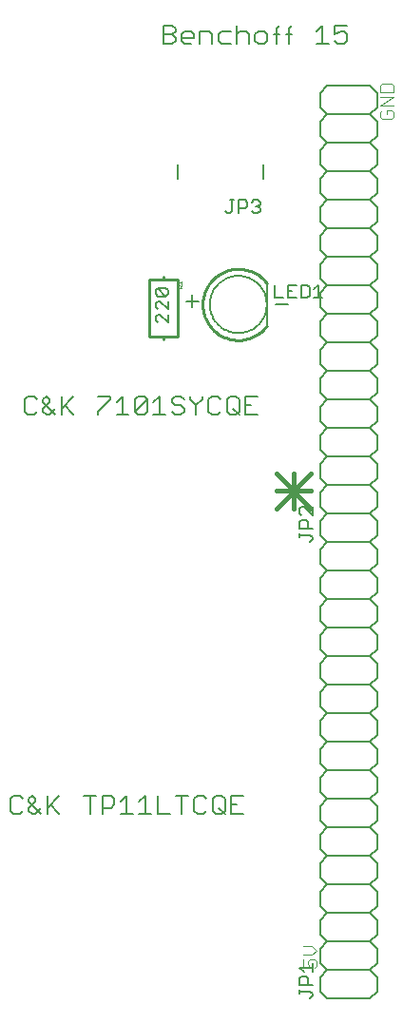
<source format=gto>
G75*
%MOIN*%
%OFA0B0*%
%FSLAX24Y24*%
%IPPOS*%
%LPD*%
%AMOC8*
5,1,8,0,0,1.08239X$1,22.5*
%
%ADD10C,0.0040*%
%ADD11C,0.0160*%
%ADD12C,0.0060*%
%ADD13C,0.0050*%
%ADD14C,0.0080*%
%ADD15C,0.0100*%
%ADD16C,0.0010*%
D10*
X010595Y004010D02*
X010825Y004010D01*
X010748Y004163D01*
X010748Y004240D01*
X010825Y004317D01*
X010978Y004317D01*
X011055Y004240D01*
X011055Y004086D01*
X010978Y004010D01*
X010902Y004470D02*
X011055Y004623D01*
X010902Y004777D01*
X010595Y004777D01*
X010595Y004470D02*
X010902Y004470D01*
X010595Y004317D02*
X010595Y004010D01*
X013372Y033779D02*
X013678Y033779D01*
X013755Y033856D01*
X013755Y034010D01*
X013678Y034086D01*
X013525Y034086D01*
X013525Y033933D01*
X013372Y034086D02*
X013295Y034010D01*
X013295Y033856D01*
X013372Y033779D01*
X013295Y034240D02*
X013755Y034547D01*
X013295Y034547D01*
X013295Y034700D02*
X013295Y034930D01*
X013372Y035007D01*
X013678Y035007D01*
X013755Y034930D01*
X013755Y034700D01*
X013295Y034700D01*
X013295Y034240D02*
X013755Y034240D01*
D11*
X010872Y021345D02*
X009644Y020117D01*
X009644Y020731D02*
X010872Y020731D01*
X010872Y020117D02*
X009644Y021345D01*
X010258Y021345D02*
X010258Y020117D01*
D12*
X000326Y009517D02*
X000432Y009410D01*
X000646Y009410D01*
X000753Y009517D01*
X000970Y009517D02*
X000970Y009624D01*
X001184Y009837D01*
X001184Y009944D01*
X001077Y010051D01*
X000970Y009944D01*
X000970Y009837D01*
X001397Y009410D01*
X001184Y009410D02*
X001397Y009624D01*
X001184Y009410D02*
X001077Y009410D01*
X000970Y009517D01*
X000753Y009944D02*
X000646Y010051D01*
X000432Y010051D01*
X000326Y009944D01*
X000326Y009517D01*
X001615Y009624D02*
X002042Y010051D01*
X001721Y009730D02*
X002042Y009410D01*
X001615Y009410D02*
X001615Y010051D01*
X002904Y010051D02*
X003331Y010051D01*
X003117Y010051D02*
X003117Y009410D01*
X003548Y009410D02*
X003548Y010051D01*
X003869Y010051D01*
X003975Y009944D01*
X003975Y009730D01*
X003869Y009624D01*
X003548Y009624D01*
X004193Y009837D02*
X004406Y010051D01*
X004406Y009410D01*
X004193Y009410D02*
X004620Y009410D01*
X004837Y009410D02*
X005264Y009410D01*
X005482Y009410D02*
X005482Y010051D01*
X005482Y009410D02*
X005909Y009410D01*
X006127Y010051D02*
X006554Y010051D01*
X006771Y009944D02*
X006771Y009517D01*
X006878Y009410D01*
X007091Y009410D01*
X007198Y009517D01*
X007198Y009944D02*
X007091Y010051D01*
X006878Y010051D01*
X006771Y009944D01*
X006340Y010051D02*
X006340Y009410D01*
X007416Y009517D02*
X007522Y009410D01*
X007736Y009410D01*
X007843Y009517D01*
X007843Y009944D01*
X007736Y010051D01*
X007522Y010051D01*
X007416Y009944D01*
X007416Y009517D01*
X007629Y009624D02*
X007843Y009410D01*
X008060Y009410D02*
X008487Y009410D01*
X008487Y010051D02*
X008060Y010051D01*
X008060Y009410D01*
X008060Y009730D02*
X008274Y009730D01*
X011185Y009680D02*
X011185Y009180D01*
X011435Y008930D01*
X012935Y008930D01*
X013185Y009180D01*
X013185Y009680D01*
X012935Y009930D01*
X011435Y009930D01*
X011185Y010180D01*
X011185Y010680D01*
X011435Y010930D01*
X012935Y010930D01*
X013185Y010680D01*
X013185Y010180D01*
X012935Y009930D01*
X012935Y008930D02*
X013185Y008680D01*
X013185Y008180D01*
X012935Y007930D01*
X011435Y007930D01*
X011185Y008180D01*
X011185Y008680D01*
X011435Y008930D01*
X011185Y009680D02*
X011435Y009930D01*
X011435Y010930D02*
X011185Y011180D01*
X011185Y011680D01*
X011435Y011930D01*
X012935Y011930D01*
X013185Y011680D01*
X013185Y011180D01*
X012935Y010930D01*
X012935Y011930D02*
X013185Y012180D01*
X013185Y012680D01*
X012935Y012930D01*
X011435Y012930D01*
X011185Y013180D01*
X011185Y013680D01*
X011435Y013930D01*
X012935Y013930D01*
X013185Y013680D01*
X013185Y013180D01*
X012935Y012930D01*
X012935Y013930D02*
X013185Y014180D01*
X013185Y014680D01*
X012935Y014930D01*
X011435Y014930D01*
X011185Y015180D01*
X011185Y015680D01*
X011435Y015930D01*
X012935Y015930D01*
X013185Y015680D01*
X013185Y015180D01*
X012935Y014930D01*
X012935Y015930D02*
X013185Y016180D01*
X013185Y016680D01*
X012935Y016930D01*
X011435Y016930D01*
X011185Y017180D01*
X011185Y017680D01*
X011435Y017930D01*
X012935Y017930D01*
X013185Y017680D01*
X013185Y017180D01*
X012935Y016930D01*
X012935Y017930D02*
X013185Y018180D01*
X013185Y018680D01*
X012935Y018930D01*
X011435Y018930D01*
X011185Y019180D01*
X011185Y019680D01*
X011435Y019930D01*
X012935Y019930D01*
X013185Y020180D01*
X013185Y020680D01*
X012935Y020930D01*
X011435Y020930D01*
X011185Y021180D01*
X011185Y021680D01*
X011435Y021930D01*
X012935Y021930D01*
X013185Y022180D01*
X013185Y022680D01*
X012935Y022930D01*
X011435Y022930D01*
X011185Y023180D01*
X011185Y023680D01*
X011435Y023930D01*
X012935Y023930D01*
X013185Y024180D01*
X013185Y024680D01*
X012935Y024930D01*
X011435Y024930D01*
X011185Y025180D01*
X011185Y025680D01*
X011435Y025930D01*
X012935Y025930D01*
X013185Y025680D01*
X013185Y025180D01*
X012935Y024930D01*
X012935Y025930D02*
X013185Y026180D01*
X013185Y026680D01*
X012935Y026930D01*
X011435Y026930D01*
X011185Y027180D01*
X011185Y027680D01*
X011435Y027930D01*
X012935Y027930D01*
X013185Y027680D01*
X013185Y027180D01*
X012935Y026930D01*
X012935Y027930D02*
X013185Y028180D01*
X013185Y028680D01*
X012935Y028930D01*
X011435Y028930D01*
X011185Y029180D01*
X011185Y029680D01*
X011435Y029930D01*
X012935Y029930D01*
X013185Y029680D01*
X013185Y029180D01*
X012935Y028930D01*
X012935Y029930D02*
X013185Y030180D01*
X013185Y030680D01*
X012935Y030930D01*
X011435Y030930D01*
X011185Y031180D01*
X011185Y031680D01*
X011435Y031930D01*
X012935Y031930D01*
X013185Y031680D01*
X013185Y031180D01*
X012935Y030930D01*
X012935Y031930D02*
X013185Y032180D01*
X013185Y032680D01*
X012935Y032930D01*
X011435Y032930D01*
X011185Y033180D01*
X011185Y033680D01*
X011435Y033930D01*
X012935Y033930D01*
X013185Y033680D01*
X013185Y033180D01*
X012935Y032930D01*
X012935Y033930D02*
X013185Y034180D01*
X013185Y034680D01*
X012935Y034930D01*
X011435Y034930D01*
X011185Y034680D01*
X011185Y034180D01*
X011435Y033930D01*
X011435Y032930D02*
X011185Y032680D01*
X011185Y032180D01*
X011435Y031930D01*
X011435Y030930D02*
X011185Y030680D01*
X011185Y030180D01*
X011435Y029930D01*
X011435Y028930D02*
X011185Y028680D01*
X011185Y028180D01*
X011435Y027930D01*
X011435Y026930D02*
X011185Y026680D01*
X011185Y026180D01*
X011435Y025930D01*
X011435Y024930D02*
X011185Y024680D01*
X011185Y024180D01*
X011435Y023930D01*
X011435Y022930D02*
X011185Y022680D01*
X011185Y022180D01*
X011435Y021930D01*
X011435Y020930D02*
X011185Y020680D01*
X011185Y020180D01*
X011435Y019930D01*
X011435Y018930D02*
X012935Y018930D01*
X013185Y019180D01*
X013185Y019680D01*
X012935Y019930D01*
X012935Y020930D02*
X013185Y021180D01*
X013185Y021680D01*
X012935Y021930D01*
X012935Y022930D02*
X013185Y023180D01*
X013185Y023680D01*
X012935Y023930D01*
X011435Y018930D02*
X011185Y018680D01*
X011185Y018180D01*
X011435Y017930D01*
X011435Y016930D02*
X011185Y016680D01*
X011185Y016180D01*
X011435Y015930D01*
X011435Y014930D02*
X011185Y014680D01*
X011185Y014180D01*
X011435Y013930D01*
X011435Y012930D02*
X011185Y012680D01*
X011185Y012180D01*
X011435Y011930D01*
X011435Y007930D02*
X011185Y007680D01*
X011185Y007180D01*
X011435Y006930D01*
X012935Y006930D01*
X013185Y007180D01*
X013185Y007680D01*
X012935Y007930D01*
X012935Y006930D02*
X013185Y006680D01*
X013185Y006180D01*
X012935Y005930D01*
X011435Y005930D01*
X011185Y006180D01*
X011185Y006680D01*
X011435Y006930D01*
X011435Y005930D02*
X011185Y005680D01*
X011185Y005180D01*
X011435Y004930D01*
X012935Y004930D01*
X013185Y005180D01*
X013185Y005680D01*
X012935Y005930D01*
X012935Y004930D02*
X013185Y004680D01*
X013185Y004180D01*
X012935Y003930D01*
X011435Y003930D01*
X011185Y004180D01*
X011185Y004680D01*
X011435Y004930D01*
X011435Y003930D02*
X011185Y003680D01*
X011185Y003180D01*
X011435Y002930D01*
X012935Y002930D01*
X013185Y003180D01*
X013185Y003680D01*
X012935Y003930D01*
X008987Y023410D02*
X008560Y023410D01*
X008560Y024051D01*
X008987Y024051D01*
X008774Y023730D02*
X008560Y023730D01*
X008343Y023517D02*
X008236Y023410D01*
X008022Y023410D01*
X007916Y023517D01*
X007916Y023944D01*
X008022Y024051D01*
X008236Y024051D01*
X008343Y023944D01*
X008343Y023517D01*
X008343Y023410D02*
X008129Y023624D01*
X007698Y023517D02*
X007591Y023410D01*
X007378Y023410D01*
X007271Y023517D01*
X007271Y023944D01*
X007378Y024051D01*
X007591Y024051D01*
X007698Y023944D01*
X007054Y023944D02*
X007054Y024051D01*
X007054Y023944D02*
X006840Y023730D01*
X006840Y023410D01*
X006840Y023730D02*
X006627Y023944D01*
X006627Y024051D01*
X006409Y023944D02*
X006302Y024051D01*
X006089Y024051D01*
X005982Y023944D01*
X005982Y023837D01*
X006089Y023730D01*
X006302Y023730D01*
X006409Y023624D01*
X006409Y023517D01*
X006302Y023410D01*
X006089Y023410D01*
X005982Y023517D01*
X005764Y023410D02*
X005337Y023410D01*
X005120Y023517D02*
X005120Y023944D01*
X004693Y023517D01*
X004800Y023410D01*
X005013Y023410D01*
X005120Y023517D01*
X005337Y023837D02*
X005551Y024051D01*
X005551Y023410D01*
X005120Y023944D02*
X005013Y024051D01*
X004800Y024051D01*
X004693Y023944D01*
X004693Y023517D01*
X004475Y023410D02*
X004048Y023410D01*
X004048Y023837D02*
X004262Y024051D01*
X004262Y023410D01*
X003831Y023944D02*
X003404Y023517D01*
X003404Y023410D01*
X003404Y024051D02*
X003831Y024051D01*
X003831Y023944D01*
X002542Y024051D02*
X002115Y023624D01*
X002221Y023730D02*
X002542Y023410D01*
X002115Y023410D02*
X002115Y024051D01*
X001897Y023624D02*
X001684Y023410D01*
X001577Y023410D01*
X001470Y023517D01*
X001470Y023624D01*
X001684Y023837D01*
X001684Y023944D01*
X001577Y024051D01*
X001470Y023944D01*
X001470Y023837D01*
X001897Y023410D01*
X001253Y023517D02*
X001146Y023410D01*
X000932Y023410D01*
X000826Y023517D01*
X000826Y023944D01*
X000932Y024051D01*
X001146Y024051D01*
X001253Y023944D01*
X005685Y036410D02*
X006005Y036410D01*
X006112Y036517D01*
X006112Y036624D01*
X006005Y036730D01*
X005685Y036730D01*
X005685Y036410D02*
X005685Y037051D01*
X006005Y037051D01*
X006112Y036944D01*
X006112Y036837D01*
X006005Y036730D01*
X006330Y036730D02*
X006436Y036837D01*
X006650Y036837D01*
X006757Y036730D01*
X006757Y036624D01*
X006330Y036624D01*
X006330Y036730D02*
X006330Y036517D01*
X006436Y036410D01*
X006650Y036410D01*
X006974Y036410D02*
X006974Y036837D01*
X007294Y036837D01*
X007401Y036730D01*
X007401Y036410D01*
X007619Y036517D02*
X007725Y036410D01*
X008046Y036410D01*
X008263Y036410D02*
X008263Y037051D01*
X008370Y036837D02*
X008263Y036730D01*
X008370Y036837D02*
X008583Y036837D01*
X008690Y036730D01*
X008690Y036410D01*
X008908Y036517D02*
X009015Y036410D01*
X009228Y036410D01*
X009335Y036517D01*
X009335Y036730D01*
X009228Y036837D01*
X009015Y036837D01*
X008908Y036730D01*
X008908Y036517D01*
X009552Y036730D02*
X009766Y036730D01*
X009982Y036730D02*
X010196Y036730D01*
X010089Y036944D02*
X010089Y036410D01*
X010089Y036944D02*
X010196Y037051D01*
X009766Y037051D02*
X009659Y036944D01*
X009659Y036410D01*
X011056Y036410D02*
X011483Y036410D01*
X011701Y036517D02*
X011808Y036410D01*
X012021Y036410D01*
X012128Y036517D01*
X012128Y036730D01*
X012021Y036837D01*
X011914Y036837D01*
X011701Y036730D01*
X011701Y037051D01*
X012128Y037051D01*
X011270Y037051D02*
X011270Y036410D01*
X011056Y036837D02*
X011270Y037051D01*
X008046Y036837D02*
X007725Y036837D01*
X007619Y036730D01*
X007619Y036517D01*
X006706Y027604D02*
X006706Y027177D01*
X006493Y027390D02*
X006920Y027390D01*
X007315Y027270D02*
X007317Y027333D01*
X007323Y027395D01*
X007333Y027457D01*
X007346Y027519D01*
X007364Y027579D01*
X007385Y027638D01*
X007410Y027696D01*
X007439Y027752D01*
X007471Y027806D01*
X007506Y027858D01*
X007544Y027907D01*
X007586Y027955D01*
X007630Y027999D01*
X007678Y028041D01*
X007727Y028079D01*
X007779Y028114D01*
X007833Y028146D01*
X007889Y028175D01*
X007947Y028200D01*
X008006Y028221D01*
X008066Y028239D01*
X008128Y028252D01*
X008190Y028262D01*
X008252Y028268D01*
X008315Y028270D01*
X008378Y028268D01*
X008440Y028262D01*
X008502Y028252D01*
X008564Y028239D01*
X008624Y028221D01*
X008683Y028200D01*
X008741Y028175D01*
X008797Y028146D01*
X008851Y028114D01*
X008903Y028079D01*
X008952Y028041D01*
X009000Y027999D01*
X009044Y027955D01*
X009086Y027907D01*
X009124Y027858D01*
X009159Y027806D01*
X009191Y027752D01*
X009220Y027696D01*
X009245Y027638D01*
X009266Y027579D01*
X009284Y027519D01*
X009297Y027457D01*
X009307Y027395D01*
X009313Y027333D01*
X009315Y027270D01*
X009313Y027207D01*
X009307Y027145D01*
X009297Y027083D01*
X009284Y027021D01*
X009266Y026961D01*
X009245Y026902D01*
X009220Y026844D01*
X009191Y026788D01*
X009159Y026734D01*
X009124Y026682D01*
X009086Y026633D01*
X009044Y026585D01*
X009000Y026541D01*
X008952Y026499D01*
X008903Y026461D01*
X008851Y026426D01*
X008797Y026394D01*
X008741Y026365D01*
X008683Y026340D01*
X008624Y026319D01*
X008564Y026301D01*
X008502Y026288D01*
X008440Y026278D01*
X008378Y026272D01*
X008315Y026270D01*
X008252Y026272D01*
X008190Y026278D01*
X008128Y026288D01*
X008066Y026301D01*
X008006Y026319D01*
X007947Y026340D01*
X007889Y026365D01*
X007833Y026394D01*
X007779Y026426D01*
X007727Y026461D01*
X007678Y026499D01*
X007630Y026541D01*
X007586Y026585D01*
X007544Y026633D01*
X007506Y026682D01*
X007471Y026734D01*
X007439Y026788D01*
X007410Y026844D01*
X007385Y026902D01*
X007364Y026961D01*
X007346Y027021D01*
X007333Y027083D01*
X007323Y027145D01*
X007317Y027207D01*
X007315Y027270D01*
X009633Y027290D02*
X010060Y027290D01*
X005051Y010051D02*
X004837Y009837D01*
X005051Y010051D02*
X005051Y009410D01*
D13*
X010460Y004026D02*
X010910Y004026D01*
X010910Y003876D02*
X010910Y004176D01*
X010610Y003876D02*
X010460Y004026D01*
X010535Y003716D02*
X010685Y003716D01*
X010760Y003641D01*
X010760Y003415D01*
X010910Y003415D02*
X010460Y003415D01*
X010460Y003641D01*
X010535Y003716D01*
X010460Y003255D02*
X010460Y003105D01*
X010460Y003180D02*
X010835Y003180D01*
X010910Y003105D01*
X010910Y003030D01*
X010835Y002955D01*
X010835Y018955D02*
X010910Y019030D01*
X010910Y019105D01*
X010835Y019180D01*
X010460Y019180D01*
X010460Y019105D02*
X010460Y019255D01*
X010460Y019415D02*
X010460Y019641D01*
X010535Y019716D01*
X010685Y019716D01*
X010760Y019641D01*
X010760Y019415D01*
X010910Y019415D02*
X010460Y019415D01*
X010535Y019876D02*
X010460Y019951D01*
X010460Y020101D01*
X010535Y020176D01*
X010610Y020176D01*
X010910Y019876D01*
X010910Y020176D01*
X010971Y027505D02*
X011272Y027505D01*
X011121Y027505D02*
X011121Y027955D01*
X010971Y027805D01*
X010811Y027880D02*
X010736Y027955D01*
X010511Y027955D01*
X010511Y027505D01*
X010736Y027505D01*
X010811Y027580D01*
X010811Y027880D01*
X010351Y027955D02*
X010051Y027955D01*
X010051Y027505D01*
X010351Y027505D01*
X010201Y027730D02*
X010051Y027730D01*
X009890Y027505D02*
X009590Y027505D01*
X009590Y027955D01*
X009005Y030485D02*
X008855Y030485D01*
X008780Y030560D01*
X008930Y030710D02*
X009005Y030710D01*
X009080Y030635D01*
X009080Y030560D01*
X009005Y030485D01*
X009005Y030710D02*
X009080Y030785D01*
X009080Y030860D01*
X009005Y030935D01*
X008855Y030935D01*
X008780Y030860D01*
X008620Y030860D02*
X008620Y030710D01*
X008545Y030635D01*
X008319Y030635D01*
X008319Y030485D02*
X008319Y030935D01*
X008545Y030935D01*
X008620Y030860D01*
X008159Y030935D02*
X008009Y030935D01*
X008084Y030935D02*
X008084Y030560D01*
X008009Y030485D01*
X007934Y030485D01*
X007859Y030560D01*
D14*
X009185Y031680D02*
X009185Y032180D01*
X009315Y028020D02*
X009315Y026520D01*
X006185Y031680D02*
X006185Y032180D01*
X005775Y027840D02*
X005495Y027840D01*
X005775Y027560D01*
X005845Y027630D01*
X005845Y027770D01*
X005775Y027840D01*
X005775Y027560D02*
X005495Y027560D01*
X005425Y027630D01*
X005425Y027770D01*
X005495Y027840D01*
X005495Y027379D02*
X005425Y027309D01*
X005425Y027169D01*
X005495Y027099D01*
X005495Y026919D02*
X005425Y026849D01*
X005425Y026709D01*
X005495Y026639D01*
X005495Y026919D02*
X005565Y026919D01*
X005845Y026639D01*
X005845Y026919D01*
X005845Y027099D02*
X005565Y027379D01*
X005495Y027379D01*
X005845Y027379D02*
X005845Y027099D01*
D15*
X006185Y026130D02*
X006185Y028130D01*
X005685Y028130D01*
X005685Y028230D01*
X005685Y028130D02*
X005185Y028130D01*
X005185Y026130D01*
X005685Y026130D01*
X005685Y026030D01*
X005685Y026130D02*
X006185Y026130D01*
X009315Y026520D02*
X009272Y026466D01*
X009226Y026414D01*
X009177Y026365D01*
X009125Y026318D01*
X009071Y026275D01*
X009015Y026234D01*
X008956Y026197D01*
X008896Y026163D01*
X008833Y026133D01*
X008770Y026106D01*
X008704Y026082D01*
X008638Y026062D01*
X008570Y026046D01*
X008502Y026034D01*
X008433Y026026D01*
X008364Y026021D01*
X008294Y026020D01*
X008225Y026023D01*
X008156Y026030D01*
X008088Y026041D01*
X008020Y026055D01*
X007953Y026074D01*
X007887Y026096D01*
X007822Y026121D01*
X007759Y026150D01*
X007698Y026183D01*
X007639Y026219D01*
X007582Y026258D01*
X007526Y026300D01*
X007474Y026345D01*
X007424Y026393D01*
X007377Y026444D01*
X007332Y026498D01*
X007291Y026553D01*
X007253Y026611D01*
X007218Y026671D01*
X007186Y026733D01*
X007158Y026796D01*
X007134Y026861D01*
X007113Y026927D01*
X007096Y026995D01*
X007082Y027063D01*
X007073Y027132D01*
X007067Y027201D01*
X007065Y027270D01*
X007067Y027339D01*
X007073Y027408D01*
X007082Y027477D01*
X007096Y027545D01*
X007113Y027613D01*
X007134Y027679D01*
X007158Y027744D01*
X007186Y027807D01*
X007218Y027869D01*
X007253Y027929D01*
X007291Y027987D01*
X007332Y028042D01*
X007377Y028096D01*
X007424Y028147D01*
X007474Y028195D01*
X007526Y028240D01*
X007582Y028282D01*
X007639Y028321D01*
X007698Y028357D01*
X007759Y028390D01*
X007822Y028419D01*
X007887Y028444D01*
X007953Y028466D01*
X008020Y028485D01*
X008088Y028499D01*
X008156Y028510D01*
X008225Y028517D01*
X008294Y028520D01*
X008364Y028519D01*
X008433Y028514D01*
X008502Y028506D01*
X008570Y028494D01*
X008638Y028478D01*
X008704Y028458D01*
X008770Y028434D01*
X008833Y028407D01*
X008896Y028377D01*
X008956Y028343D01*
X009015Y028306D01*
X009071Y028265D01*
X009125Y028222D01*
X009177Y028175D01*
X009226Y028126D01*
X009272Y028074D01*
X009315Y028020D01*
D16*
X006340Y028038D02*
X006190Y028038D01*
X006240Y027988D01*
X006215Y027940D02*
X006265Y027940D01*
X006290Y027915D01*
X006290Y027840D01*
X006340Y027840D02*
X006190Y027840D01*
X006190Y027915D01*
X006215Y027940D01*
X006290Y027890D02*
X006340Y027940D01*
X006340Y027988D02*
X006340Y028088D01*
M02*

</source>
